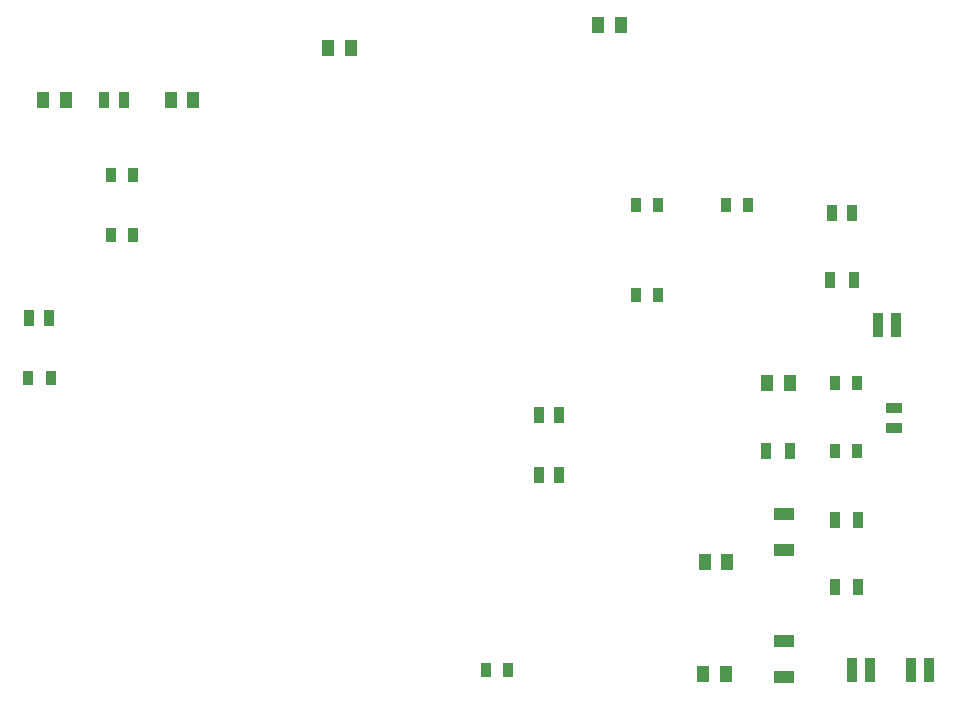
<source format=gbr>
%TF.GenerationSoftware,Altium Limited,Altium Designer,22.4.2 (48)*%
G04 Layer_Color=8421504*
%FSLAX26Y26*%
%MOIN*%
%TF.SameCoordinates,DD4E5991-19CE-4C14-B0C1-6D61C62B9851*%
%TF.FilePolarity,Positive*%
%TF.FileFunction,Paste,Top*%
%TF.Part,Single*%
G01*
G75*
%TA.AperFunction,SMDPad,CuDef*%
%ADD10R,0.036417X0.084646*%
%ADD11R,0.035433X0.051181*%
%ADD12R,0.039370X0.057087*%
%ADD13R,0.037402X0.057087*%
G04:AMPARAMS|DCode=14|XSize=37.008mil|YSize=69.685mil|CornerRadius=2.59mil|HoleSize=0mil|Usage=FLASHONLY|Rotation=270.000|XOffset=0mil|YOffset=0mil|HoleType=Round|Shape=RoundedRectangle|*
%AMROUNDEDRECTD14*
21,1,0.037008,0.064504,0,0,270.0*
21,1,0.031827,0.069685,0,0,270.0*
1,1,0.005181,-0.032252,-0.015914*
1,1,0.005181,-0.032252,0.015914*
1,1,0.005181,0.032252,0.015914*
1,1,0.005181,0.032252,-0.015914*
%
%ADD14ROUNDEDRECTD14*%
G04:AMPARAMS|DCode=15|XSize=42.913mil|YSize=69.685mil|CornerRadius=3.004mil|HoleSize=0mil|Usage=FLASHONLY|Rotation=270.000|XOffset=0mil|YOffset=0mil|HoleType=Round|Shape=RoundedRectangle|*
%AMROUNDEDRECTD15*
21,1,0.042913,0.063677,0,0,270.0*
21,1,0.036906,0.069685,0,0,270.0*
1,1,0.006008,-0.031839,-0.018453*
1,1,0.006008,-0.031839,0.018453*
1,1,0.006008,0.031839,0.018453*
1,1,0.006008,0.031839,-0.018453*
%
%ADD15ROUNDEDRECTD15*%
%ADD16R,0.054724X0.032677*%
%ADD17R,0.032677X0.054724*%
D10*
X3319000Y627000D02*
D03*
X3259000D02*
D03*
X3515000D02*
D03*
X3455000D02*
D03*
X3345000Y1775000D02*
D03*
X3405000D02*
D03*
D11*
X3275496Y1355000D02*
D03*
X3200692D02*
D03*
X3275496Y1583000D02*
D03*
X3200692D02*
D03*
X862402Y2075000D02*
D03*
X787598D02*
D03*
X2537598Y1875000D02*
D03*
X2612402D02*
D03*
X2537598Y2175000D02*
D03*
X2612402D02*
D03*
X2837598D02*
D03*
X2912402D02*
D03*
X787598Y2275000D02*
D03*
X862402D02*
D03*
X512598Y1600000D02*
D03*
X587402D02*
D03*
X2112402Y625000D02*
D03*
X2037598D02*
D03*
D12*
X1587402Y2700000D02*
D03*
X1512598D02*
D03*
X2412598Y2775000D02*
D03*
X2487402D02*
D03*
X2976582Y1583000D02*
D03*
X3051386D02*
D03*
X2843402Y987000D02*
D03*
X2768598D02*
D03*
X2762598Y613220D02*
D03*
X2837402D02*
D03*
X987598Y2525000D02*
D03*
X1062402D02*
D03*
X562598D02*
D03*
X637402D02*
D03*
D13*
X3264370Y1925000D02*
D03*
X3185630D02*
D03*
X2973630Y1357000D02*
D03*
X3052370D02*
D03*
X3200630Y1126000D02*
D03*
X3279370D02*
D03*
X3200630Y903000D02*
D03*
X3279370D02*
D03*
D14*
X3030640Y603182D02*
D03*
Y1026370D02*
D03*
D15*
Y721490D02*
D03*
Y1144678D02*
D03*
D16*
X3400000Y1432284D02*
D03*
Y1500000D02*
D03*
D17*
X3258858Y2150000D02*
D03*
X3191142D02*
D03*
X583858Y1800000D02*
D03*
X516142D02*
D03*
X2216142Y1475000D02*
D03*
X2283858D02*
D03*
Y1275000D02*
D03*
X2216142D02*
D03*
X833858Y2525000D02*
D03*
X766142D02*
D03*
%TF.MD5,76356ea3378bc5a983720223050f3e2f*%
M02*

</source>
